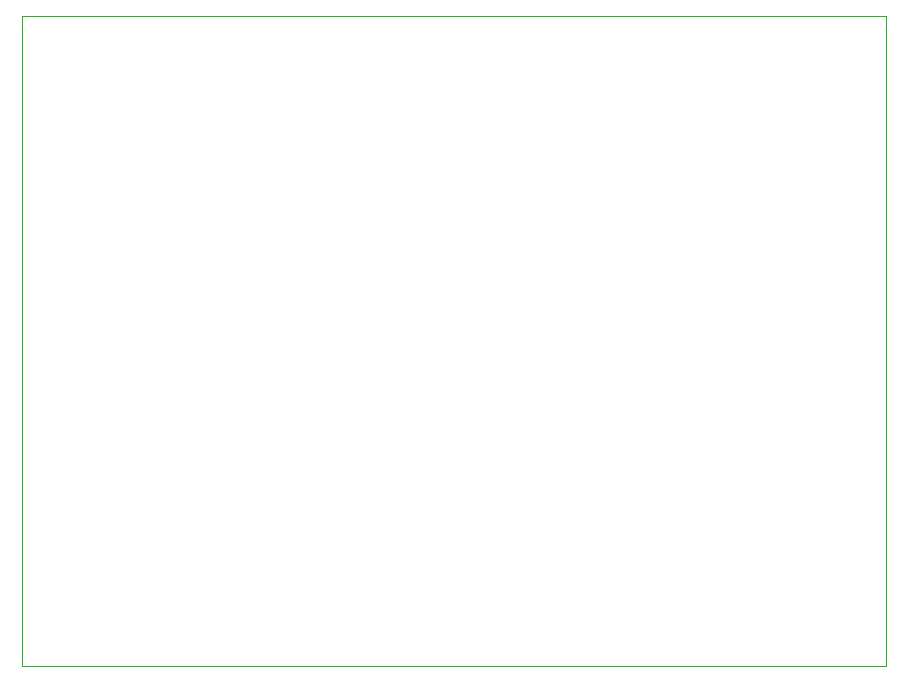
<source format=gbr>
G04 #@! TF.GenerationSoftware,KiCad,Pcbnew,(5.1.5)-3*
G04 #@! TF.CreationDate,2020-08-03T22:27:43-04:00*
G04 #@! TF.ProjectId,Kitchen Timer,4b697463-6865-46e2-9054-696d65722e6b,rev?*
G04 #@! TF.SameCoordinates,Original*
G04 #@! TF.FileFunction,Profile,NP*
%FSLAX46Y46*%
G04 Gerber Fmt 4.6, Leading zero omitted, Abs format (unit mm)*
G04 Created by KiCad (PCBNEW (5.1.5)-3) date 2020-08-03 22:27:43*
%MOMM*%
%LPD*%
G04 APERTURE LIST*
%ADD10C,0.050000*%
G04 APERTURE END LIST*
D10*
X158000000Y-113050000D02*
X158000000Y-58050000D01*
X84800000Y-113100000D02*
X158000000Y-113050000D01*
X84800000Y-58050000D02*
X84800000Y-113100000D01*
X158000000Y-58050000D02*
X84800000Y-58050000D01*
M02*

</source>
